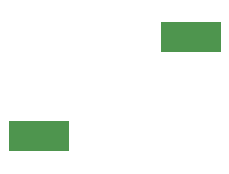
<source format=gbp>
G04 Layer: BottomPasteMaskLayer*
G04 EasyEDA v6.5.51, 2025-12-08 09:47:30*
G04 7167e3a2cd4a4cc2b36d8ec3c7a0698f,d159c27349c1460ca4c4e21dfb61053a,10*
G04 Gerber Generator version 0.2*
G04 Scale: 100 percent, Rotated: No, Reflected: No *
G04 Dimensions in millimeters *
G04 leading zeros omitted , absolute positions ,4 integer and 5 decimal *
%FSLAX45Y45*%
%MOMM*%

%AMMACRO1*21,1,$1,$2,0,0,$3*%
%ADD10MACRO1,5.08X2.54X0.0000*%
%ADD11C,0.0122*%

%LPD*%
D10*
G01*
X6197600Y2768600D03*
G01*
X4914900Y1930400D03*
M02*

</source>
